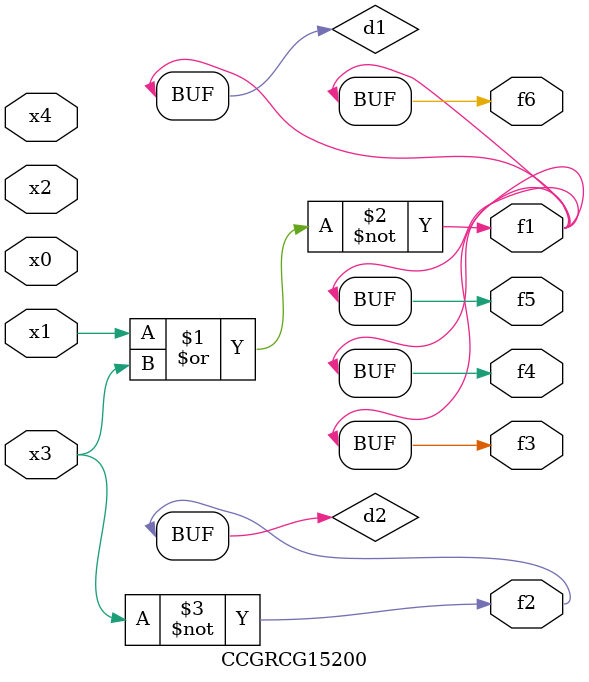
<source format=v>
module CCGRCG15200(
	input x0, x1, x2, x3, x4,
	output f1, f2, f3, f4, f5, f6
);

	wire d1, d2;

	nor (d1, x1, x3);
	not (d2, x3);
	assign f1 = d1;
	assign f2 = d2;
	assign f3 = d1;
	assign f4 = d1;
	assign f5 = d1;
	assign f6 = d1;
endmodule

</source>
